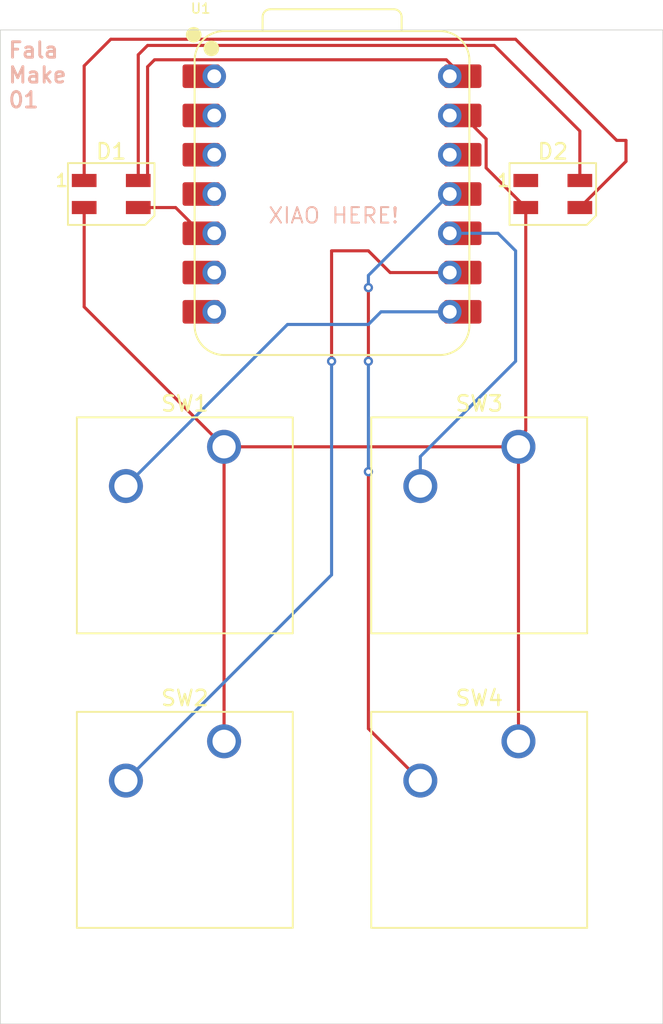
<source format=kicad_pcb>
(kicad_pcb (version 20241229) (generator "pcbnew") (generator_version "9.0")
  (layers (0 "F.Cu" signal) (2 "B.Cu" signal) (13 "F.Paste" user) (15 "B.Paste" user) (5 "F.SilkS" user "F.Silkscreen") (7 "B.SilkS" user "B.Silkscreen") (1 "F.Mask" user) (3 "B.Mask" user) (25 "Edge.Cuts" user))
  (net 0 "")
  (net 1 "+5V")
  (net 2 "Net-(D1-DIN)")
  (net 3 "GND")
  (net 4 "Net-(D1-DOUT)")
  (net 6 "Net-(U1-GPIO1{slash}RX)")
  (net 7 "Net-(U1-GPIO2{slash}SCK)")
  (net 8 "Net-(U1-GPIO4{slash}MISO)")
  (net 9 "Net-(U1-GPIO3{slash}MOSI)")
  (footprint "LED_SMD:LED_SK6812MINI_PLCC4_3.5x3.5mm_P1.75mm" (layer "F.Cu") (at 152.427358 86.813231)
    (property "Reference" "D2" (at 0 -2.75 0) (layer "F.SilkS"))
    (property "Value" "SK6812MINI")
    (fp_line (start -2.8 -2) (end -2.8 2) (stroke (width 0.12)) (layer "F.SilkS"))
    (fp_line (start -2.8 -2) (end 2.8 -2) (stroke (width 0.12)) (layer "F.SilkS"))
    (fp_line (start -2.8 2) (end 2.2 2) (stroke (width 0.12)) (layer "F.SilkS"))
    (fp_line (start 2.8 1.4) (end 2.2 2) (stroke (width 0.12)) (layer "F.SilkS"))
    (fp_line (start 2.8 1.4) (end 2.8 -2) (stroke (width 0.12)) (layer "F.SilkS"))
    (fp_text user "1" (at -3.2 -0.875 0) (layer "F.SilkS") (effects (font (size 0.8 0.8))))
    (pad "1" smd rect (at -1.75 -0.875) (size 1.6 0.85) (layers "F.Cu" "F.Mask" "F.Paste"))
    (pad "2" smd rect (at -1.75 0.875) (size 1.6 0.85) (layers "F.Cu" "F.Mask" "F.Paste") (net 3 "GND"))
    (pad "3" smd rect (at 1.75 0.875) (size 1.6 0.85) (layers "F.Cu" "F.Mask" "F.Paste") (net 4 "Net-(D1-DOUT)"))
    (pad "4" smd rect (at 1.75 -0.875) (size 1.6 0.85) (layers "F.Cu" "F.Mask" "F.Paste") (net 1 "+5V"))
  )
  (footprint "Button_Switch_Keyboard:SW_Cherry_MX_1.00u_PCB" (layer "F.Cu") (at 131.154858 122.214481)
    (property "Reference" "SW2" (at -2.54 -2.794 0) (layer "F.SilkS"))
    (property "Value" "SW_Push")
    (fp_line (start -9.525 -1.905) (end 4.445 -1.905) (stroke (width 0.12)) (layer "F.SilkS"))
    (fp_line (start -9.525 12.065) (end -9.525 -1.905) (stroke (width 0.12)) (layer "F.SilkS"))
    (fp_line (start 4.445 -1.905) (end 4.445 12.065) (stroke (width 0.12)) (layer "F.SilkS"))
    (fp_line (start 4.445 12.065) (end -9.525 12.065) (stroke (width 0.12)) (layer "F.SilkS"))
    (pad "" np_thru_hole circle (at -7.62 5.08) (size 1.7 1.7) (drill 1.7) (layers "*.Cu" "*.Mask"))
    (pad "" np_thru_hole circle (at -2.54 5.08) (size 4 4) (drill 4) (layers "*.Cu" "*.Mask"))
    (pad "" np_thru_hole circle (at 2.54 5.08) (size 1.7 1.7) (drill 1.7) (layers "*.Cu" "*.Mask"))
    (pad "1" thru_hole circle (at 0 0) (size 2.2 2.2) (drill 1.5) (layers "*.Cu" "*.Mask") (net 3 "GND"))
    (pad "2" thru_hole circle (at -6.35 2.54) (size 2.2 2.2) (drill 1.5) (layers "*.Cu" "*.Mask") (net 7 "Net-(U1-GPIO2{slash}SCK)"))
  )
  (footprint "opl library:XIAO-RP2040-DIP" (layer "F.Cu") (at 138.139858 86.813231)
    (property "Reference" "U1" (at -8.5 -12 0) (layer "F.SilkS") (effects (font (size 0.635 0.635) (thickness 0.1016))))
    (property "Value" "XIAO-RP2040-DIP")
    (fp_line (start -8.89 8.509) (end -8.89 -8.636) (stroke (width 0.127)) (layer "F.SilkS"))
    (fp_line (start -6.985 10.414) (end 6.985 10.414) (stroke (width 0.127)) (layer "F.SilkS"))
    (fp_line (start -4.495 -10.541) (end -4.491272 -11.451272) (stroke (width 0.127)) (layer "F.SilkS"))
    (fp_line (start -3.991272 -11.951) (end 4.004 -11.951) (stroke (width 0.127)) (layer "F.SilkS"))
    (fp_line (start 4.504 -11.451) (end 4.504 -10.541) (stroke (width 0.127)) (layer "F.SilkS"))
    (fp_line (start 6.985 -10.541) (end -6.985 -10.541) (stroke (width 0.1)) (layer "F.SilkS"))
    (fp_line (start 6.985 -10.541) (end -6.985 -10.541) (stroke (width 0.127)) (layer "F.SilkS"))
    (fp_line (start 8.89 8.509) (end 8.89 -8.636) (stroke (width 0.127)) (layer "F.SilkS"))
    (fp_arc (start -8.89 -8.636) (mid -8.332038 -9.983038) (end -6.985 -10.541) (stroke (width 0.127)) (layer "F.SilkS"))
    (fp_arc (start -6.985 10.414) (mid -8.332038 9.856038) (end -8.89 8.509) (stroke (width 0.127)) (layer "F.SilkS"))
    (fp_arc (start -4.491272 -11.451272) (mid -4.344728 -11.80464) (end -3.991272 -11.951) (stroke (width 0.127)) (layer "F.SilkS"))
    (fp_arc (start 4.004 -11.951) (mid 4.357553 -11.804553) (end 4.504 -11.451) (stroke (width 0.127)) (layer "F.SilkS"))
    (fp_arc (start 6.985 -10.541) (mid 8.332038 -9.983038) (end 8.89 -8.636) (stroke (width 0.127)) (layer "F.SilkS"))
    (fp_arc (start 8.89 8.509) (mid 8.332038 9.856038) (end 6.985 10.414) (stroke (width 0.127)) (layer "F.SilkS"))
    (fp_circle (center -8.95 -10.3) (end -8.95 -10.554) (stroke (width 0.5)) (fill yes) (layer "F.SilkS"))
    (fp_circle (center -7.807 -9.42) (end -7.807 -9.674) (stroke (width 0.5)) (fill yes) (layer "F.SilkS"))
    (pad "1" smd roundrect (at -8.455 -7.62 180) (size 2.432 1.524) (layers "F.Cu" "F.Mask") (roundrect_rratio 0.1))
    (pad "1" thru_hole circle (at -7.62 -7.62 180) (size 1.524 1.524) (drill 0.889) (layers "*.Cu" "*.Mask"))
    (pad "2" smd roundrect (at -8.455 -5.08 180) (size 2.432 1.524) (layers "F.Cu" "F.Mask") (roundrect_rratio 0.1))
    (pad "2" thru_hole circle (at -7.62 -5.08 180) (size 1.524 1.524) (drill 0.889) (layers "*.Cu" "*.Mask"))
    (pad "3" smd roundrect (at -8.455 -2.54 180) (size 2.432 1.524) (layers "F.Cu" "F.Mask") (roundrect_rratio 0.1))
    (pad "3" thru_hole circle (at -7.62 -2.54 180) (size 1.524 1.524) (drill 0.889) (layers "*.Cu" "*.Mask"))
    (pad "4" smd roundrect (at -8.455 0 180) (size 2.432 1.524) (layers "F.Cu" "F.Mask") (roundrect_rratio 0.1))
    (pad "4" thru_hole circle (at -7.62 0 180) (size 1.524 1.524) (drill 0.889) (layers "*.Cu" "*.Mask"))
    (pad "5" smd roundrect (at -8.455 2.54 180) (size 2.432 1.524) (layers "F.Cu" "F.Mask") (roundrect_rratio 0.1) (net 2 "Net-(D1-DIN)"))
    (pad "5" thru_hole circle (at -7.62 2.54 180) (size 1.524 1.524) (drill 0.889) (layers "*.Cu" "*.Mask") (net 2 "Net-(D1-DIN)"))
    (pad "6" smd roundrect (at -8.455 5.08 180) (size 2.432 1.524) (layers "F.Cu" "F.Mask") (roundrect_rratio 0.1))
    (pad "6" thru_hole circle (at -7.62 5.08 180) (size 1.524 1.524) (drill 0.889) (layers "*.Cu" "*.Mask"))
    (pad "7" smd roundrect (at -8.455 7.62 180) (size 2.432 1.524) (layers "F.Cu" "F.Mask") (roundrect_rratio 0.1))
    (pad "7" thru_hole circle (at -7.62 7.62 180) (size 1.524 1.524) (drill 0.889) (layers "*.Cu" "*.Mask"))
    (pad "8" thru_hole circle (at 7.62 7.62) (size 1.524 1.524) (drill 0.889) (layers "*.Cu" "*.Mask") (net 6 "Net-(U1-GPIO1{slash}RX)"))
    (pad "8" smd roundrect (at 8.455 7.62) (size 2.432 1.524) (layers "F.Cu" "F.Mask") (roundrect_rratio 0.1) (net 6 "Net-(U1-GPIO1{slash}RX)"))
    (pad "9" thru_hole circle (at 7.62 5.08) (size 1.524 1.524) (drill 0.889) (layers "*.Cu" "*.Mask") (net 7 "Net-(U1-GPIO2{slash}SCK)"))
    (pad "9" smd roundrect (at 8.455 5.08) (size 2.432 1.524) (layers "F.Cu" "F.Mask") (roundrect_rratio 0.1) (net 7 "Net-(U1-GPIO2{slash}SCK)"))
    (pad "10" thru_hole circle (at 7.62 2.54) (size 1.524 1.524) (drill 0.889) (layers "*.Cu" "*.Mask") (net 8 "Net-(U1-GPIO4{slash}MISO)"))
    (pad "10" smd roundrect (at 8.455 2.54) (size 2.432 1.524) (layers "F.Cu" "F.Mask") (roundrect_rratio 0.1) (net 8 "Net-(U1-GPIO4{slash}MISO)"))
    (pad "11" thru_hole circle (at 7.62 0) (size 1.524 1.524) (drill 0.889) (layers "*.Cu" "*.Mask") (net 9 "Net-(U1-GPIO3{slash}MOSI)"))
    (pad "11" smd roundrect (at 8.455 0) (size 2.432 1.524) (layers "F.Cu" "F.Mask") (roundrect_rratio 0.1) (net 9 "Net-(U1-GPIO3{slash}MOSI)"))
    (pad "12" thru_hole circle (at 7.62 -2.54) (size 1.524 1.524) (drill 0.889) (layers "*.Cu" "*.Mask"))
    (pad "12" smd roundrect (at 8.455 -2.54) (size 2.432 1.524) (layers "F.Cu" "F.Mask") (roundrect_rratio 0.1))
    (pad "13" thru_hole circle (at 7.62 -5.08) (size 1.524 1.524) (drill 0.889) (layers "*.Cu" "*.Mask") (net 3 "GND"))
    (pad "13" smd roundrect (at 8.455 -5.08) (size 2.432 1.524) (layers "F.Cu" "F.Mask") (roundrect_rratio 0.1) (net 3 "GND"))
    (pad "14" thru_hole circle (at 7.62 -7.62) (size 1.524 1.524) (drill 0.889) (layers "*.Cu" "*.Mask") (net 1 "+5V"))
    (pad "14" smd roundrect (at 8.455 -7.62) (size 2.432 1.524) (layers "F.Cu" "F.Mask") (roundrect_rratio 0.1) (net 1 "+5V"))
  )
  (footprint "Button_Switch_Keyboard:SW_Cherry_MX_1.00u_PCB" (layer "F.Cu") (at 150.204858 122.214481)
    (property "Reference" "SW4" (at -2.54 -2.794 0) (layer "F.SilkS"))
    (property "Value" "SW_Push")
    (fp_line (start -9.525 -1.905) (end 4.445 -1.905) (stroke (width 0.12)) (layer "F.SilkS"))
    (fp_line (start -9.525 12.065) (end -9.525 -1.905) (stroke (width 0.12)) (layer "F.SilkS"))
    (fp_line (start 4.445 -1.905) (end 4.445 12.065) (stroke (width 0.12)) (layer "F.SilkS"))
    (fp_line (start 4.445 12.065) (end -9.525 12.065) (stroke (width 0.12)) (layer "F.SilkS"))
    (pad "" np_thru_hole circle (at -7.62 5.08) (size 1.7 1.7) (drill 1.7) (layers "*.Cu" "*.Mask"))
    (pad "" np_thru_hole circle (at -2.54 5.08) (size 4 4) (drill 4) (layers "*.Cu" "*.Mask"))
    (pad "" np_thru_hole circle (at 2.54 5.08) (size 1.7 1.7) (drill 1.7) (layers "*.Cu" "*.Mask"))
    (pad "1" thru_hole circle (at 0 0) (size 2.2 2.2) (drill 1.5) (layers "*.Cu" "*.Mask") (net 3 "GND"))
    (pad "2" thru_hole circle (at -6.35 2.54) (size 2.2 2.2) (drill 1.5) (layers "*.Cu" "*.Mask") (net 9 "Net-(U1-GPIO3{slash}MOSI)"))
  )
  (footprint "LED_SMD:LED_SK6812MINI_PLCC4_3.5x3.5mm_P1.75mm" (layer "F.Cu") (at 123.852358 86.813231)
    (property "Reference" "D1" (at 0 -2.75 0) (layer "F.SilkS"))
    (property "Value" "SK6812MINI")
    (fp_line (start -2.8 -2) (end -2.8 2) (stroke (width 0.12)) (layer "F.SilkS"))
    (fp_line (start -2.8 -2) (end 2.8 -2) (stroke (width 0.12)) (layer "F.SilkS"))
    (fp_line (start -2.8 2) (end 2.2 2) (stroke (width 0.12)) (layer "F.SilkS"))
    (fp_line (start 2.8 1.4) (end 2.2 2) (stroke (width 0.12)) (layer "F.SilkS"))
    (fp_line (start 2.8 1.4) (end 2.8 -2) (stroke (width 0.12)) (layer "F.SilkS"))
    (fp_text user "1" (at -3.2 -0.875 0) (layer "F.SilkS") (effects (font (size 0.8 0.8))))
    (pad "1" smd rect (at -1.75 -0.875) (size 1.6 0.85) (layers "F.Cu" "F.Mask" "F.Paste") (net 4 "Net-(D1-DOUT)"))
    (pad "2" smd rect (at -1.75 0.875) (size 1.6 0.85) (layers "F.Cu" "F.Mask" "F.Paste") (net 3 "GND"))
    (pad "3" smd rect (at 1.75 0.875) (size 1.6 0.85) (layers "F.Cu" "F.Mask" "F.Paste") (net 2 "Net-(D1-DIN)"))
    (pad "4" smd rect (at 1.75 -0.875) (size 1.6 0.85) (layers "F.Cu" "F.Mask" "F.Paste") (net 1 "+5V"))
  )
  (footprint "Button_Switch_Keyboard:SW_Cherry_MX_1.00u_PCB" (layer "F.Cu") (at 150.204858 103.164481)
    (property "Reference" "SW3" (at -2.54 -2.794 0) (layer "F.SilkS"))
    (property "Value" "SW_Push")
    (fp_line (start -9.525 -1.905) (end 4.445 -1.905) (stroke (width 0.12)) (layer "F.SilkS"))
    (fp_line (start -9.525 12.065) (end -9.525 -1.905) (stroke (width 0.12)) (layer "F.SilkS"))
    (fp_line (start 4.445 -1.905) (end 4.445 12.065) (stroke (width 0.12)) (layer "F.SilkS"))
    (fp_line (start 4.445 12.065) (end -9.525 12.065) (stroke (width 0.12)) (layer "F.SilkS"))
    (pad "" np_thru_hole circle (at -7.62 5.08) (size 1.7 1.7) (drill 1.7) (layers "*.Cu" "*.Mask"))
    (pad "" np_thru_hole circle (at -2.54 5.08) (size 4 4) (drill 4) (layers "*.Cu" "*.Mask"))
    (pad "" np_thru_hole circle (at 2.54 5.08) (size 1.7 1.7) (drill 1.7) (layers "*.Cu" "*.Mask"))
    (pad "1" thru_hole circle (at 0 0) (size 2.2 2.2) (drill 1.5) (layers "*.Cu" "*.Mask") (net 3 "GND"))
    (pad "2" thru_hole circle (at -6.35 2.54) (size 2.2 2.2) (drill 1.5) (layers "*.Cu" "*.Mask") (net 8 "Net-(U1-GPIO4{slash}MISO)"))
  )
  (footprint "Button_Switch_Keyboard:SW_Cherry_MX_1.00u_PCB" (layer "F.Cu") (at 131.154858 103.164481)
    (property "Reference" "SW1" (at -2.54 -2.794 0) (layer "F.SilkS"))
    (property "Value" "SW_Push")
    (fp_line (start -9.525 -1.905) (end 4.445 -1.905) (stroke (width 0.12)) (layer "F.SilkS"))
    (fp_line (start -9.525 12.065) (end -9.525 -1.905) (stroke (width 0.12)) (layer "F.SilkS"))
    (fp_line (start 4.445 -1.905) (end 4.445 12.065) (stroke (width 0.12)) (layer "F.SilkS"))
    (fp_line (start 4.445 12.065) (end -9.525 12.065) (stroke (width 0.12)) (layer "F.SilkS"))
    (pad "" np_thru_hole circle (at -7.62 5.08) (size 1.7 1.7) (drill 1.7) (layers "*.Cu" "*.Mask"))
    (pad "" np_thru_hole circle (at -2.54 5.08) (size 4 4) (drill 4) (layers "*.Cu" "*.Mask"))
    (pad "" np_thru_hole circle (at 2.54 5.08) (size 1.7 1.7) (drill 1.7) (layers "*.Cu" "*.Mask"))
    (pad "1" thru_hole circle (at 0 0) (size 2.2 2.2) (drill 1.5) (layers "*.Cu" "*.Mask") (net 3 "GND"))
    (pad "2" thru_hole circle (at -6.35 2.54) (size 2.2 2.2) (drill 1.5) (layers "*.Cu" "*.Mask") (net 6 "Net-(U1-GPIO1{slash}RX)"))
  )
  (gr_rect (start 116.68125 76.2) (end 159.54375 140.49375) (stroke (width 0.05)) (fill no) (layer "Edge.Cuts"))
  (gr_text "XIAO HERE!" (at 133.944615 88.790496 0) (layer "B.SilkS") (effects (font (size 1 1) (thickness 0.125)) (justify left bottom)))
  (gr_text "Fala\nMake\n01" (at 117.106197 81.317825 0) (layer "B.SilkS") (effects (font (size 1 1) (thickness 0.1875)) (justify left bottom)))
  (segment (start 146.594858 79.193231) (end 145.531858 78.130231) (width 0.2) (layer "F.Cu") (net 1))
  (segment (start 126.657269 78.130231) (end 126.20625 78.58125) (width 0.2) (layer "F.Cu") (net 1))
  (segment (start 126.20625 85.725) (end 125.815589 85.725) (width 0.2) (layer "F.Cu") (net 1))
  (segment (start 126.20625 77.202) (end 148.6395 77.202) (width 0.2) (layer "F.Cu") (net 1))
  (segment (start 148.6395 77.202) (end 154.177358 82.739858) (width 0.2) (layer "F.Cu") (net 1))
  (segment (start 154.177358 82.739858) (end 154.177358 85.938231) (width 0.2) (layer "F.Cu") (net 1))
  (segment (start 125.815589 85.725) (end 125.602358 85.938231) (width 0.2) (layer "F.Cu") (net 1))
  (segment (start 126.20625 78.58125) (end 126.20625 85.725) (width 0.2) (layer "F.Cu") (net 1))
  (segment (start 125.602358 85.938231) (end 125.602358 77.805892) (width 0.2) (layer "F.Cu") (net 1))
  (segment (start 125.602358 77.805892) (end 126.20625 77.202) (width 0.2) (layer "F.Cu") (net 1))
  (segment (start 145.531858 78.130231) (end 126.657269 78.130231) (width 0.2) (layer "F.Cu") (net 1))
  (segment (start 128.019858 87.688231) (end 129.684858 89.353231) (width 0.2) (layer "F.Cu") (net 2))
  (segment (start 125.602358 87.688231) (end 128.019858 87.688231) (width 0.2) (layer "F.Cu") (net 2))
  (segment (start 148.111858 85.122731) (end 150.677358 87.688231) (width 0.2) (layer "F.Cu") (net 3))
  (segment (start 150.204858 102.579858) (end 150.677358 102.107358) (width 0.2) (layer "F.Cu") (net 3))
  (segment (start 150.204858 103.164481) (end 150.204858 122.214481) (width 0.2) (layer "F.Cu") (net 3))
  (segment (start 122.102358 94.111981) (end 122.102358 87.688231) (width 0.2) (layer "F.Cu") (net 3))
  (segment (start 146.594858 81.733231) (end 148.111858 83.250231) (width 0.2) (layer "F.Cu") (net 3))
  (segment (start 131.154858 103.164481) (end 122.102358 94.111981) (width 0.2) (layer "F.Cu") (net 3))
  (segment (start 148.111858 83.250231) (end 148.111858 85.122731) (width 0.2) (layer "F.Cu") (net 3))
  (segment (start 131.154858 122.214481) (end 131.154858 103.164481) (width 0.2) (layer "F.Cu") (net 3))
  (segment (start 150.677358 102.107358) (end 150.677358 87.688231) (width 0.2) (layer "F.Cu") (net 3))
  (segment (start 131.154858 103.164481) (end 150.204858 103.164481) (width 0.2) (layer "F.Cu") (net 3))
  (segment (start 150.204858 103.164481) (end 150.204858 102.579858) (width 0.2) (layer "F.Cu") (net 3))
  (segment (start 156.5615 83.34375) (end 157.1625 83.34375) (width 0.2) (layer "F.Cu") (net 4))
  (segment (start 157.1625 83.34375) (end 157.1625 84.703089) (width 0.2) (layer "F.Cu") (net 4))
  (segment (start 157.1625 84.703089) (end 154.177358 87.688231) (width 0.2) (layer "F.Cu") (net 4))
  (segment (start 123.825 76.801) (end 150.01875 76.801) (width 0.2) (layer "F.Cu") (net 4))
  (segment (start 122.102358 85.938231) (end 122.102358 78.523642) (width 0.2) (layer "F.Cu") (net 4))
  (segment (start 122.102358 78.523642) (end 123.825 76.801) (width 0.2) (layer "F.Cu") (net 4))
  (segment (start 150.01875 76.801) (end 156.5615 83.34375) (width 0.2) (layer "F.Cu") (net 4))
  (segment (start 140.49375 95.25) (end 141.310519 94.433231) (width 0.2) (layer "B.Cu") (net 6))
  (segment (start 141.310519 94.433231) (end 145.759858 94.433231) (width 0.2) (layer "B.Cu") (net 6))
  (segment (start 124.804858 105.704481) (end 135.259339 95.25) (width 0.2) (layer "B.Cu") (net 6))
  (segment (start 135.259339 95.25) (end 140.49375 95.25) (width 0.2) (layer "B.Cu") (net 6))
  (segment (start 138.1125 97.63125) (end 138.1125 90.4875) (width 0.2) (layer "F.Cu") (net 7))
  (segment (start 138.1125 90.4875) (end 140.49375 90.4875) (width 0.2) (layer "F.Cu") (net 7))
  (segment (start 140.49375 90.4875) (end 141.899481 91.893231) (width 0.2) (layer "F.Cu") (net 7))
  (segment (start 141.899481 91.893231) (end 145.759858 91.893231) (width 0.2) (layer "F.Cu") (net 7))
  (via (at 138.1125 97.63125) (size 0.6) (drill 0.3) (layers "F.Cu" "B.Cu") (net 7))
  (segment (start 138.1125 111.446839) (end 138.1125 97.63125) (width 0.2) (layer "B.Cu") (net 7))
  (segment (start 124.804858 124.754481) (end 138.1125 111.446839) (width 0.2) (layer "B.Cu") (net 7))
  (segment (start 150.01875 90.4875) (end 148.884481 89.353231) (width 0.2) (layer "B.Cu") (net 8))
  (segment (start 143.854858 105.704481) (end 143.854858 103.795142) (width 0.2) (layer "B.Cu") (net 8))
  (segment (start 143.854858 103.795142) (end 150.01875 97.63125) (width 0.2) (layer "B.Cu") (net 8))
  (segment (start 150.01875 97.63125) (end 150.01875 90.4875) (width 0.2) (layer "B.Cu") (net 8))
  (segment (start 148.884481 89.353231) (end 145.759858 89.353231) (width 0.2) (layer "B.Cu") (net 8))
  (segment (start 140.49375 121.393373) (end 140.49375 104.775) (width 0.2) (layer "F.Cu") (net 9))
  (segment (start 140.49375 97.63125) (end 140.49375 92.86875) (width 0.2) (layer "F.Cu") (net 9))
  (segment (start 143.854858 124.754481) (end 140.49375 121.393373) (width 0.2) (layer "F.Cu") (net 9))
  (via (at 140.49375 104.775) (size 0.6) (drill 0.3) (layers "F.Cu" "B.Cu") (net 9))
  (via (at 140.49375 97.63125) (size 0.6) (drill 0.3) (layers "F.Cu" "B.Cu") (net 9))
  (via (at 140.49375 92.86875) (size 0.6) (drill 0.3) (layers "F.Cu" "B.Cu") (net 9))
  (segment (start 140.49375 92.86875) (end 140.49375 92.079339) (width 0.2) (layer "B.Cu") (net 9))
  (segment (start 140.49375 104.775) (end 140.49375 97.63125) (width 0.2) (layer "B.Cu") (net 9))
  (segment (start 140.49375 92.079339) (end 145.759858 86.813231) (width 0.2) (layer "B.Cu") (net 9))
)
</source>
